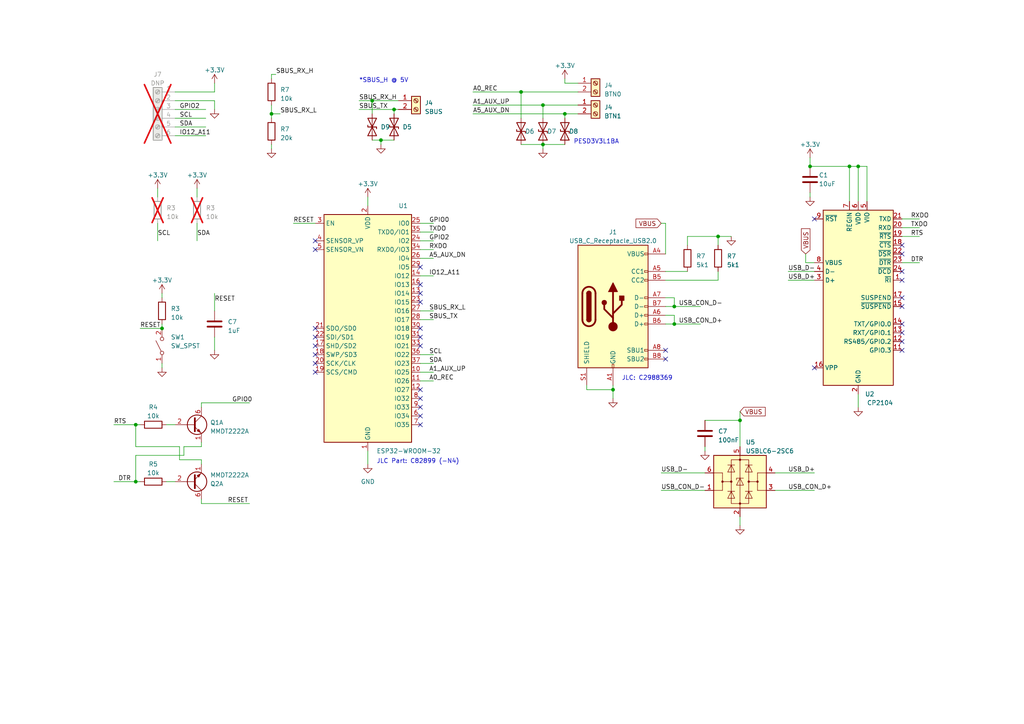
<source format=kicad_sch>
(kicad_sch (version 20230121) (generator eeschema)
  (paper "A4")
  (lib_symbols
    (symbol "Connector:Screw_Terminal_01x02" (pin_names (offset 1.016) hide)
      (property "Reference" "J" (at 0 2.54 0))
      (property "Value" "Screw_Terminal_01x02" (at 0 -5.08 0))
      (symbol "Screw_Terminal_01x02_1_1"
        (rectangle (start -1.27 1.27) (end 1.27 -3.81) (stroke (width 0.254)) (fill (type background)))
        (circle (center 0 -2.54) (radius 0.635) (stroke (width 0.1524)))
        (polyline (pts (xy -0.5334 -2.2098) (xy 0.3302 -3.048)) (stroke (width 0.1524)))
        (polyline (pts (xy -0.5334 0.3302) (xy 0.3302 -0.508)) (stroke (width 0.1524)))
        (polyline (pts (xy -0.3556 -2.032) (xy 0.508 -2.8702)) (stroke (width 0.1524)))
        (polyline (pts (xy -0.3556 0.508) (xy 0.508 -0.3302)) (stroke (width 0.1524)))
        (circle (center 0 0) (radius 0.635) (stroke (width 0.1524)))
        (pin passive line (at -5.08 0 0) (length 3.81) (name "Pin_1") (number "1"))
        (pin passive line (at -5.08 -2.54 0) (length 3.81) (name "Pin_2") (number "2"))
      )
    )
    (symbol "Connector:Screw_Terminal_01x06" (pin_names (offset 1.016) hide)
      (property "Reference" "J" (at 0 7.62 0))
      (property "Value" "Screw_Terminal_01x06" (at 0 -10.16 0))
      (symbol "Screw_Terminal_01x06_1_1"
        (rectangle (start -1.27 6.35) (end 1.27 -8.89) (stroke (width 0.254)) (fill (type background)))
        (circle (center 0 -7.62) (radius 0.635) (stroke (width 0.1524)))
        (circle (center 0 -5.08) (radius 0.635) (stroke (width 0.1524)))
        (circle (center 0 -2.54) (radius 0.635) (stroke (width 0.1524)))
        (polyline (pts (xy -0.5334 -7.2898) (xy 0.3302 -8.128)) (stroke (width 0.1524)))
        (polyline (pts (xy -0.5334 -4.7498) (xy 0.3302 -5.588)) (stroke (width 0.1524)))
        (polyline (pts (xy -0.5334 -2.2098) (xy 0.3302 -3.048)) (stroke (width 0.1524)))
        (polyline (pts (xy -0.5334 0.3302) (xy 0.3302 -0.508)) (stroke (width 0.1524)))
        (polyline (pts (xy -0.5334 2.8702) (xy 0.3302 2.032)) (stroke (width 0.1524)))
        (polyline (pts (xy -0.5334 5.4102) (xy 0.3302 4.572)) (stroke (width 0.1524)))
        (polyline (pts (xy -0.3556 -7.112) (xy 0.508 -7.9502)) (stroke (width 0.1524)))
        (polyline (pts (xy -0.3556 -4.572) (xy 0.508 -5.4102)) (stroke (width 0.1524)))
        (polyline (pts (xy -0.3556 -2.032) (xy 0.508 -2.8702)) (stroke (width 0.1524)))
        (polyline (pts (xy -0.3556 0.508) (xy 0.508 -0.3302)) (stroke (width 0.1524)))
        (polyline (pts (xy -0.3556 3.048) (xy 0.508 2.2098)) (stroke (width 0.1524)))
        (polyline (pts (xy -0.3556 5.588) (xy 0.508 4.7498)) (stroke (width 0.1524)))
        (circle (center 0 0) (radius 0.635) (stroke (width 0.1524)))
        (circle (center 0 2.54) (radius 0.635) (stroke (width 0.1524)))
        (circle (center 0 5.08) (radius 0.635) (stroke (width 0.1524)))
        (pin passive line (at -5.08 5.08 0) (length 3.81) (name "Pin_1") (number "1"))
        (pin passive line (at -5.08 2.54 0) (length 3.81) (name "Pin_2") (number "2"))
        (pin passive line (at -5.08 0 0) (length 3.81) (name "Pin_3") (number "3"))
        (pin passive line (at -5.08 -2.54 0) (length 3.81) (name "Pin_4") (number "4"))
        (pin passive line (at -5.08 -5.08 0) (length 3.81) (name "Pin_5") (number "5"))
        (pin passive line (at -5.08 -7.62 0) (length 3.81) (name "Pin_6") (number "6"))
      )
    )
    (symbol "Connector:USB_C_Receptacle_USB2.0" (pin_names (offset 1.016))
      (property "Reference" "J" (at -10.16 19.05 0))
      (property "Value" "USB_C_Receptacle_USB2.0" (at 19.05 19.05 0))
      (symbol "USB_C_Receptacle_USB2.0_0_0"
        (rectangle (start -0.254 -17.78) (end 0.254 -16.764))
        (rectangle (start 10.16 -14.986) (end 9.144 -15.494))
        (rectangle (start 10.16 -12.446) (end 9.144 -12.954))
        (rectangle (start 10.16 -4.826) (end 9.144 -5.334))
        (rectangle (start 10.16 -2.286) (end 9.144 -2.794))
        (rectangle (start 10.16 0.254) (end 9.144 -0.254))
        (rectangle (start 10.16 2.794) (end 9.144 2.286))
        (rectangle (start 10.16 7.874) (end 9.144 7.366))
        (rectangle (start 10.16 10.414) (end 9.144 9.906))
        (rectangle (start 10.16 15.494) (end 9.144 14.986))
      )
      (symbol "USB_C_Receptacle_USB2.0_0_1"
        (rectangle (start -10.16 17.78) (end 10.16 -17.78) (stroke (width 0.254)) (fill (type background)))
        (arc (start -8.89 -3.81) (mid -6.985 -5.7067) (end -5.08 -3.81) (stroke (width 0.508)))
        (arc (start -7.62 -3.81) (mid -6.985 -4.4423) (end -6.35 -3.81) (stroke (width 0.254)))
        (arc (start -7.62 -3.81) (mid -6.985 -4.4423) (end -6.35 -3.81) (stroke (width 0.254)) (fill (type outline)))
        (rectangle (start -7.62 -3.81) (end -6.35 3.81) (stroke (width 0.254)) (fill (type outline)))
        (arc (start -6.35 3.81) (mid -6.985 4.4423) (end -7.62 3.81) (stroke (width 0.254)))
        (arc (start -6.35 3.81) (mid -6.985 4.4423) (end -7.62 3.81) (stroke (width 0.254)) (fill (type outline)))
        (arc (start -5.08 3.81) (mid -6.985 5.7067) (end -8.89 3.81) (stroke (width 0.508)))
        (circle (center -2.54 1.143) (radius 0.635) (stroke (width 0.254)) (fill (type outline)))
        (circle (center 0 -5.842) (radius 1.27) (fill (type outline)))
        (polyline (pts (xy -8.89 -3.81) (xy -8.89 3.81)) (stroke (width 0.508)))
        (polyline (pts (xy -5.08 3.81) (xy -5.08 -3.81)) (stroke (width 0.508)))
        (polyline (pts (xy 0 -5.842) (xy 0 4.318)) (stroke (width 0.508)))
        (polyline (pts (xy 0 -3.302) (xy -2.54 -0.762) (xy -2.54 0.508)) (stroke (width 0.508)))
        (polyline (pts (xy 0 -2.032) (xy 2.54 0.508) (xy 2.54 1.778)) (stroke (width 0.508)))
        (polyline (pts (xy -1.27 4.318) (xy 0 6.858) (xy 1.27 4.318) (xy -1.27 4.318)) (stroke (width 0.254)) (fill (type outline)))
        (rectangle (start 1.905 1.778) (end 3.175 3.048) (stroke (width 0.254)) (fill (type outline)))
      )
      (symbol "USB_C_Receptacle_USB2.0_1_1"
        (pin passive line (at 0 -22.86 90) (length 5.08) (name "GND") (number "A1"))
        (pin passive line (at 0 -22.86 90) (length 5.08) hide (name "GND") (number "A12"))
        (pin passive line (at 15.24 15.24 180) (length 5.08) (name "VBUS") (number "A4"))
        (pin bidirectional line (at 15.24 10.16 180) (length 5.08) (name "CC1") (number "A5"))
        (pin bidirectional line (at 15.24 -2.54 180) (length 5.08) (name "D+") (number "A6"))
        (pin bidirectional line (at 15.24 2.54 180) (length 5.08) (name "D-") (number "A7"))
        (pin bidirectional line (at 15.24 -12.7 180) (length 5.08) (name "SBU1") (number "A8"))
        (pin passive line (at 15.24 15.24 180) (length 5.08) hide (name "VBUS") (number "A9"))
        (pin passive line (at 0 -22.86 90) (length 5.08) hide (name "GND") (number "B1"))
        (pin passive line (at 0 -22.86 90) (length 5.08) hide (name "GND") (number "B12"))
        (pin passive line (at 15.24 15.24 180) (length 5.08) hide (name "VBUS") (number "B4"))
        (pin bidirectional line (at 15.24 7.62 180) (length 5.08) (name "CC2") (number "B5"))
        (pin bidirectional line (at 15.24 -5.08 180) (length 5.08) (name "D+") (number "B6"))
        (pin bidirectional line (at 15.24 0 180) (length 5.08) (name "D-") (number "B7"))
        (pin bidirectional line (at 15.24 -15.24 180) (length 5.08) (name "SBU2") (number "B8"))
        (pin passive line (at 15.24 15.24 180) (length 5.08) hide (name "VBUS") (number "B9"))
        (pin passive line (at -7.62 -22.86 90) (length 5.08) (name "SHIELD") (number "S1"))
      )
    )
    (symbol "Device:C" (pin_numbers hide) (pin_names (offset 0.254))
      (property "Reference" "C" (at 0.635 2.54 0))
      (property "Value" "C" (at 0.635 -2.54 0))
      (symbol "C_0_1"
        (polyline (pts (xy -2.032 -0.762) (xy 2.032 -0.762)) (stroke (width 0.508)))
        (polyline (pts (xy -2.032 0.762) (xy 2.032 0.762)) (stroke (width 0.508)))
      )
      (symbol "C_1_1"
        (pin passive line (at 0 3.81 270) (length 2.794) (name "~") (number "1"))
        (pin passive line (at 0 -3.81 90) (length 2.794) (name "~") (number "2"))
      )
    )
    (symbol "Device:D_TVS" (pin_numbers hide) (pin_names (offset 1.016) hide)
      (property "Reference" "D" (at 0 2.54 0))
      (property "Value" "D_TVS" (at 0 -2.54 0))
      (symbol "D_TVS_0_1"
        (polyline (pts (xy 1.27 0) (xy -1.27 0)))
        (polyline (pts (xy 0.508 1.27) (xy 0 1.27) (xy 0 -1.27) (xy -0.508 -1.27)) (stroke (width 0.254)))
        (polyline (pts (xy -2.54 1.27) (xy -2.54 -1.27) (xy 2.54 1.27) (xy 2.54 -1.27) (xy -2.54 1.27)) (stroke (width 0.254)))
      )
      (symbol "D_TVS_1_1"
        (pin passive line (at -3.81 0 0) (length 2.54) (name "A1") (number "1"))
        (pin passive line (at 3.81 0 180) (length 2.54) (name "A2") (number "2"))
      )
    )
    (symbol "Device:R" (pin_numbers hide) (pin_names (offset 0))
      (property "Reference" "R" (at 2.032 0 90))
      (property "Value" "R" (at 0 0 90))
      (symbol "R_0_1"
        (rectangle (start -1.016 -2.54) (end 1.016 2.54) (stroke (width 0.254)))
      )
      (symbol "R_1_1"
        (pin passive line (at 0 3.81 270) (length 1.27) (name "~") (number "1"))
        (pin passive line (at 0 -3.81 90) (length 1.27) (name "~") (number "2"))
      )
    )
    (symbol "Interface_USB:CP2104"
      (property "Reference" "U" (at -5.08 28.575 0))
      (property "Value" "CP2104" (at -5.08 26.67 0))
      (symbol "CP2104_1_1"
        (rectangle (start -10.16 25.4) (end 10.16 -25.4) (stroke (width 0.254)) (fill (type background)))
        (pin input line (at 12.7 5.08 180) (length 2.54) (name "~{RI}") (number "1"))
        (pin no_connect line (at 10.16 -20.32 180) (length 2.54) hide (name "NC") (number "10"))
        (pin bidirectional line (at 12.7 -15.24 180) (length 2.54) (name "GPIO.3") (number "11"))
        (pin bidirectional line (at 12.7 -12.7 180) (length 2.54) (name "RS485/GPIO.2") (number "12"))
        (pin bidirectional line (at 12.7 -10.16 180) (length 2.54) (name "RXT/GPIO.1") (number "13"))
        (pin bidirectional line (at 12.7 -7.62 180) (length 2.54) (name "TXT/GPIO.0") (number "14"))
        (pin output line (at 12.7 -2.54 180) (length 2.54) (name "~{SUSPEND}") (number "15"))
        (pin passive line (at -12.7 -20.32 0) (length 2.54) (name "VPP") (number "16"))
        (pin output line (at 12.7 0 180) (length 2.54) (name "SUSPEND") (number "17"))
        (pin input line (at 12.7 15.24 180) (length 2.54) (name "~{CTS}") (number "18"))
        (pin output line (at 12.7 17.78 180) (length 2.54) (name "~{RTS}") (number "19"))
        (pin power_in line (at 0 -27.94 90) (length 2.54) (name "GND") (number "2"))
        (pin input line (at 12.7 20.32 180) (length 2.54) (name "RXD") (number "20"))
        (pin output line (at 12.7 22.86 180) (length 2.54) (name "TXD") (number "21"))
        (pin input line (at 12.7 12.7 180) (length 2.54) (name "~{DSR}") (number "22"))
        (pin output line (at 12.7 10.16 180) (length 2.54) (name "~{DTR}") (number "23"))
        (pin input line (at 12.7 7.62 180) (length 2.54) (name "~{DCD}") (number "24"))
        (pin passive line (at 0 -27.94 90) (length 2.54) hide (name "GND") (number "25"))
        (pin bidirectional line (at -12.7 5.08 0) (length 2.54) (name "D+") (number "3"))
        (pin bidirectional line (at -12.7 7.62 0) (length 2.54) (name "D-") (number "4"))
        (pin power_in line (at 2.54 27.94 270) (length 2.54) (name "VIO") (number "5"))
        (pin power_in line (at 0 27.94 270) (length 2.54) (name "VDD") (number "6"))
        (pin power_in line (at -2.54 27.94 270) (length 2.54) (name "REGIN") (number "7"))
        (pin input line (at -12.7 10.16 0) (length 2.54) (name "VBUS") (number "8"))
        (pin bidirectional line (at -12.7 22.86 0) (length 2.54) (name "~{RST}") (number "9"))
      )
    )
    (symbol "Power_Protection:USBLC6-2SC6" (pin_names hide)
      (property "Reference" "U" (at 2.54 8.89 0))
      (property "Value" "USBLC6-2SC6" (at 2.54 -8.89 0))
      (symbol "USBLC6-2SC6_0_1"
        (rectangle (start -7.62 -7.62) (end 7.62 7.62) (stroke (width 0.254)) (fill (type background)))
        (circle (center -5.08 0) (radius 0.254) (fill (type outline)))
        (circle (center -2.54 0) (radius 0.254) (fill (type outline)))
        (rectangle (start -2.54 6.35) (end 2.54 -6.35))
        (circle (center 0 -6.35) (radius 0.254) (fill (type outline)))
        (polyline (pts (xy -5.08 -2.54) (xy -7.62 -2.54)))
        (polyline (pts (xy -5.08 0) (xy -5.08 -2.54)))
        (polyline (pts (xy -5.08 2.54) (xy -7.62 2.54)))
        (polyline (pts (xy -1.524 -2.794) (xy -3.556 -2.794)))
        (polyline (pts (xy -1.524 4.826) (xy -3.556 4.826)))
        (polyline (pts (xy 0 -7.62) (xy 0 -6.35)))
        (polyline (pts (xy 0 -6.35) (xy 0 1.27)))
        (polyline (pts (xy 0 1.27) (xy 0 6.35)))
        (polyline (pts (xy 0 6.35) (xy 0 7.62)))
        (polyline (pts (xy 1.524 -2.794) (xy 3.556 -2.794)))
        (polyline (pts (xy 1.524 4.826) (xy 3.556 4.826)))
        (polyline (pts (xy 5.08 -2.54) (xy 7.62 -2.54)))
        (polyline (pts (xy 5.08 0) (xy 5.08 -2.54)))
        (polyline (pts (xy 5.08 2.54) (xy 7.62 2.54)))
        (polyline (pts (xy -2.54 0) (xy -5.08 0) (xy -5.08 2.54)))
        (polyline (pts (xy 2.54 0) (xy 5.08 0) (xy 5.08 2.54)))
        (polyline (pts (xy -3.556 -4.826) (xy -1.524 -4.826) (xy -2.54 -2.794) (xy -3.556 -4.826)))
        (polyline (pts (xy -3.556 2.794) (xy -1.524 2.794) (xy -2.54 4.826) (xy -3.556 2.794)))
        (polyline (pts (xy -1.016 -1.016) (xy 1.016 -1.016) (xy 0 1.016) (xy -1.016 -1.016)))
        (polyline (pts (xy 1.016 1.016) (xy 0.762 1.016) (xy -1.016 1.016) (xy -1.016 0.508)))
        (polyline (pts (xy 3.556 -4.826) (xy 1.524 -4.826) (xy 2.54 -2.794) (xy 3.556 -4.826)))
        (polyline (pts (xy 3.556 2.794) (xy 1.524 2.794) (xy 2.54 4.826) (xy 3.556 2.794)))
        (circle (center 0 6.35) (radius 0.254) (fill (type outline)))
        (circle (center 2.54 0) (radius 0.254) (fill (type outline)))
        (circle (center 5.08 0) (radius 0.254) (fill (type outline)))
      )
      (symbol "USBLC6-2SC6_1_1"
        (pin passive line (at -10.16 -2.54 0) (length 2.54) (name "I/O1") (number "1"))
        (pin passive line (at 0 -10.16 90) (length 2.54) (name "GND") (number "2"))
        (pin passive line (at 10.16 -2.54 180) (length 2.54) (name "I/O2") (number "3"))
        (pin passive line (at 10.16 2.54 180) (length 2.54) (name "I/O2") (number "4"))
        (pin passive line (at 0 10.16 270) (length 2.54) (name "VBUS") (number "5"))
        (pin passive line (at -10.16 2.54 0) (length 2.54) (name "I/O1") (number "6"))
      )
    )
    (symbol "RF_Module:ESP32-WROOM-32"
      (property "Reference" "U" (at -12.7 34.29 0))
      (property "Value" "ESP32-WROOM-32" (at 1.27 34.29 0))
      (symbol "ESP32-WROOM-32_0_1"
        (rectangle (start -12.7 33.02) (end 12.7 -33.02) (stroke (width 0.254)) (fill (type background)))
      )
      (symbol "ESP32-WROOM-32_1_1"
        (pin power_in line (at 0 -35.56 90) (length 2.54) (name "GND") (number "1"))
        (pin bidirectional line (at 15.24 -12.7 180) (length 2.54) (name "IO25") (number "10"))
        (pin bidirectional line (at 15.24 -15.24 180) (length 2.54) (name "IO26") (number "11"))
        (pin bidirectional line (at 15.24 -17.78 180) (length 2.54) (name "IO27") (number "12"))
        (pin bidirectional line (at 15.24 10.16 180) (length 2.54) (name "IO14") (number "13"))
        (pin bidirectional line (at 15.24 15.24 180) (length 2.54) (name "IO12") (number "14"))
        (pin passive line (at 0 -35.56 90) (length 2.54) hide (name "GND") (number "15"))
        (pin bidirectional line (at 15.24 12.7 180) (length 2.54) (name "IO13") (number "16"))
        (pin bidirectional line (at -15.24 -5.08 0) (length 2.54) (name "SHD/SD2") (number "17"))
        (pin bidirectional line (at -15.24 -7.62 0) (length 2.54) (name "SWP/SD3") (number "18"))
        (pin bidirectional line (at -15.24 -12.7 0) (length 2.54) (name "SCS/CMD") (number "19"))
        (pin power_in line (at 0 35.56 270) (length 2.54) (name "VDD") (number "2"))
        (pin bidirectional line (at -15.24 -10.16 0) (length 2.54) (name "SCK/CLK") (number "20"))
        (pin bidirectional line (at -15.24 0 0) (length 2.54) (name "SDO/SD0") (number "21"))
        (pin bidirectional line (at -15.24 -2.54 0) (length 2.54) (name "SDI/SD1") (number "22"))
        (pin bidirectional line (at 15.24 7.62 180) (length 2.54) (name "IO15") (number "23"))
        (pin bidirectional line (at 15.24 25.4 180) (length 2.54) (name "IO2") (number "24"))
        (pin bidirectional line (at 15.24 30.48 180) (length 2.54) (name "IO0") (number "25"))
        (pin bidirectional line (at 15.24 20.32 180) (length 2.54) (name "IO4") (number "26"))
        (pin bidirectional line (at 15.24 5.08 180) (length 2.54) (name "IO16") (number "27"))
        (pin bidirectional line (at 15.24 2.54 180) (length 2.54) (name "IO17") (number "28"))
        (pin bidirectional line (at 15.24 17.78 180) (length 2.54) (name "IO5") (number "29"))
        (pin input line (at -15.24 30.48 0) (length 2.54) (name "EN") (number "3"))
        (pin bidirectional line (at 15.24 0 180) (length 2.54) (name "IO18") (number "30"))
        (pin bidirectional line (at 15.24 -2.54 180) (length 2.54) (name "IO19") (number "31"))
        (pin no_connect line (at -12.7 -27.94 0) (length 2.54) hide (name "NC") (number "32"))
        (pin bidirectional line (at 15.24 -5.08 180) (length 2.54) (name "IO21") (number "33"))
        (pin bidirectional line (at 15.24 22.86 180) (length 2.54) (name "RXD0/IO3") (number "34"))
        (pin bidirectional line (at 15.24 27.94 180) (length 2.54) (name "TXD0/IO1") (number "35"))
        (pin bidirectional line (at 15.24 -7.62 180) (length 2.54) (name "IO22") (number "36"))
        (pin bidirectional line (at 15.24 -10.16 180) (length 2.54) (name "IO23") (number "37"))
        (pin passive line (at 0 -35.56 90) (length 2.54) hide (name "GND") (number "38"))
        (pin passive line (at 0 -35.56 90) (length 2.54) hide (name "GND") (number "39"))
        (pin input line (at -15.24 25.4 0) (length 2.54) (name "SENSOR_VP") (number "4"))
        (pin input line (at -15.24 22.86 0) (length 2.54) (name "SENSOR_VN") (number "5"))
        (pin input line (at 15.24 -25.4 180) (length 2.54) (name "IO34") (number "6"))
        (pin input line (at 15.24 -27.94 180) (length 2.54) (name "IO35") (number "7"))
        (pin bidirectional line (at 15.24 -20.32 180) (length 2.54) (name "IO32") (number "8"))
        (pin bidirectional line (at 15.24 -22.86 180) (length 2.54) (name "IO33") (number "9"))
      )
    )
    (symbol "Switch:SW_SPST" (pin_names (offset 0) hide)
      (property "Reference" "SW" (at 0 3.175 0))
      (property "Value" "SW_SPST" (at 0 -2.54 0))
      (symbol "SW_SPST_0_0"
        (circle (center -2.032 0) (radius 0.508))
        (polyline (pts (xy -1.524 0.254) (xy 1.524 1.778)))
        (circle (center 2.032 0) (radius 0.508))
      )
      (symbol "SW_SPST_1_1"
        (pin passive line (at -5.08 0 0) (length 2.54) (name "A") (number "1"))
        (pin passive line (at 5.08 0 180) (length 2.54) (name "B") (number "2"))
      )
    )
    (symbol "Transistor_BJT:MMDT2222A" (pin_names (offset 0) hide)
      (property "Reference" "Q" (at 5.08 1.27 0))
      (property "Value" "MMDT2222A" (at 5.08 -1.27 0))
      (symbol "MMDT2222A_0_1"
        (polyline (pts (xy 0.635 0) (xy -2.54 0)))
        (polyline (pts (xy 0.635 0.635) (xy 2.54 2.54)))
        (polyline (pts (xy 0.635 -0.635) (xy 2.54 -2.54) (xy 2.54 -2.54)))
        (polyline (pts (xy 0.635 1.905) (xy 0.635 -1.905) (xy 0.635 -1.905)) (stroke (width 0.508)))
        (polyline (pts (xy 1.27 -1.778) (xy 1.778 -1.27) (xy 2.286 -2.286) (xy 1.27 -1.778) (xy 1.27 -1.778)) (fill (type outline)))
        (circle (center 1.27 0) (radius 2.8194) (stroke (width 0.254)))
      )
      (symbol "MMDT2222A_1_1"
        (pin passive line (at 2.54 -5.08 90) (length 2.54) (name "E1") (number "1"))
        (pin input line (at -5.08 0 0) (length 2.54) (name "B1") (number "2"))
        (pin passive line (at 2.54 5.08 270) (length 2.54) (name "C1") (number "6"))
      )
      (symbol "MMDT2222A_2_1"
        (pin passive line (at 2.54 5.08 270) (length 2.54) (name "C2") (number "3"))
        (pin passive line (at 2.54 -5.08 90) (length 2.54) (name "E2") (number "4"))
        (pin input line (at -5.08 0 0) (length 2.54) (name "B2") (number "5"))
      )
    )
    (symbol "power:+3.3V" (power) (pin_names (offset 0))
      (property "Value" "+3.3V" (at 0 3.556 0))
      (symbol "+3.3V_0_1"
        (polyline (pts (xy -0.762 1.27) (xy 0 2.54)))
        (polyline (pts (xy 0 0) (xy 0 2.54)))
        (polyline (pts (xy 0 2.54) (xy 0.762 1.27)))
      )
      (symbol "+3.3V_1_1"
        (pin power_in line (at 0 0 90) (length 0) hide (name "+3.3V") (number "1"))
      )
    )
    (symbol "power:GND" (power) (pin_names (offset 0))
      (property "Value" "GND" (at 0 -3.81 0))
      (symbol "GND_0_1"
        (polyline (pts (xy 0 0) (xy 0 -1.27) (xy 1.27 -1.27) (xy 0 -2.54) (xy -1.27 -1.27) (xy 0 -1.27)))
      )
      (symbol "GND_1_1"
        (pin power_in line (at 0 0 270) (length 0) hide (name "GND") (number "1"))
      )
    )
  )
  (junction (at 39.37 123.19))
  (junction (at 248.92 48.26))
  (junction (at 195.58 88.9))
  (junction (at 157.48 30.48))
  (junction (at 234.95 48.26))
  (junction (at 151.13 26.67))
  (junction (at 246.38 48.26))
  (junction (at 114.3 31.75))
  (junction (at 177.8 113.03))
  (junction (at 107.95 29.21))
  (junction (at 110.49 40.64))
  (junction (at 163.83 33.02))
  (junction (at 157.48 41.91))
  (junction (at 46.99 95.25))
  (junction (at 208.28 68.58))
  (junction (at 214.63 121.92))
  (junction (at 39.37 139.7))
  (junction (at 78.74 33.02))
  (junction (at 195.58 93.98))
  (no_connect (at 261.62 73.66))
  (no_connect (at 121.92 85.09))
  (no_connect (at 121.92 100.33))
  (no_connect (at 261.62 86.36))
  (no_connect (at 261.62 78.74))
  (no_connect (at 121.92 113.03))
  (no_connect (at 91.44 69.85))
  (no_connect (at 121.92 87.63))
  (no_connect (at 261.62 71.12))
  (no_connect (at 193.04 104.14))
  (no_connect (at 91.44 107.95))
  (no_connect (at 193.04 101.6))
  (no_connect (at 91.44 102.87))
  (no_connect (at 121.92 97.79))
  (no_connect (at 236.22 63.5))
  (no_connect (at 261.62 93.98))
  (no_connect (at 91.44 72.39))
  (no_connect (at 91.44 97.79))
  (no_connect (at 121.92 120.65))
  (no_connect (at 121.92 77.47))
  (no_connect (at 121.92 82.55))
  (no_connect (at 261.62 101.6))
  (no_connect (at 121.92 118.11))
  (no_connect (at 261.62 88.9))
  (no_connect (at 121.92 95.25))
  (no_connect (at 236.22 106.68))
  (no_connect (at 261.62 81.28))
  (no_connect (at 121.92 115.57))
  (no_connect (at 91.44 95.25))
  (no_connect (at 91.44 100.33))
  (no_connect (at 261.62 96.52))
  (no_connect (at 261.62 99.06))
  (no_connect (at 91.44 105.41))
  (no_connect (at 121.92 123.19))
  (wire (pts (xy 62.23 85.09) (xy 62.23 90.17)))
  (wire (pts (xy 107.95 29.21) (xy 115.57 29.21)))
  (wire (pts (xy 195.58 88.9) (xy 195.58 86.36)))
  (wire (pts (xy 199.39 68.58) (xy 208.28 68.58)))
  (wire (pts (xy 40.64 95.25) (xy 46.99 95.25)))
  (wire (pts (xy 33.02 139.7) (xy 39.37 139.7)))
  (wire (pts (xy 110.49 40.64) (xy 110.49 41.91)))
  (wire (pts (xy 114.3 31.75) (xy 114.3 33.02)))
  (wire (pts (xy 163.83 33.02) (xy 163.83 34.29)))
  (wire (pts (xy 50.8 34.29) (xy 59.69 34.29)))
  (wire (pts (xy 214.63 149.86) (xy 214.63 152.4)))
  (wire (pts (xy 58.42 133.35) (xy 58.42 134.62)))
  (wire (pts (xy 50.8 29.21) (xy 62.23 29.21)))
  (wire (pts (xy 224.79 142.24) (xy 236.22 142.24)))
  (wire (pts (xy 195.58 93.98) (xy 195.58 91.44)))
  (wire (pts (xy 121.92 72.39) (xy 125.73 72.39)))
  (wire (pts (xy 121.92 74.93) (xy 125.73 74.93)))
  (wire (pts (xy 121.92 102.87) (xy 125.73 102.87)))
  (wire (pts (xy 78.74 33.02) (xy 78.74 34.29)))
  (wire (pts (xy 170.18 113.03) (xy 177.8 113.03)))
  (wire (pts (xy 193.04 81.28) (xy 208.28 81.28)))
  (wire (pts (xy 58.42 116.84) (xy 72.39 116.84)))
  (wire (pts (xy 163.83 24.13) (xy 163.83 22.86)))
  (wire (pts (xy 234.95 57.15) (xy 234.95 55.88)))
  (wire (pts (xy 248.92 48.26) (xy 246.38 48.26)))
  (wire (pts (xy 58.42 144.78) (xy 58.42 146.05)))
  (wire (pts (xy 78.74 22.86) (xy 78.74 21.59)))
  (wire (pts (xy 78.74 21.59) (xy 80.01 21.59)))
  (wire (pts (xy 48.26 123.19) (xy 50.8 123.19)))
  (wire (pts (xy 110.49 40.64) (xy 114.3 40.64)))
  (wire (pts (xy 48.26 139.7) (xy 50.8 139.7)))
  (wire (pts (xy 57.15 64.77) (xy 57.15 69.85)))
  (wire (pts (xy 157.48 30.48) (xy 167.64 30.48)))
  (wire (pts (xy 233.68 76.2) (xy 236.22 76.2)))
  (wire (pts (xy 52.07 133.35) (xy 58.42 133.35)))
  (wire (pts (xy 193.04 78.74) (xy 199.39 78.74)))
  (wire (pts (xy 58.42 146.05) (xy 72.39 146.05)))
  (wire (pts (xy 78.74 41.91) (xy 78.74 43.18)))
  (wire (pts (xy 157.48 41.91) (xy 157.48 43.18)))
  (wire (pts (xy 121.92 69.85) (xy 125.73 69.85)))
  (wire (pts (xy 261.62 68.58) (xy 266.7 68.58)))
  (wire (pts (xy 57.15 54.61) (xy 57.15 57.15)))
  (wire (pts (xy 191.77 64.77) (xy 193.04 64.77)))
  (wire (pts (xy 208.28 68.58) (xy 208.28 71.12)))
  (wire (pts (xy 151.13 26.67) (xy 151.13 34.29)))
  (wire (pts (xy 50.8 31.75) (xy 59.69 31.75)))
  (wire (pts (xy 177.8 113.03) (xy 177.8 115.57)))
  (wire (pts (xy 228.6 78.74) (xy 236.22 78.74)))
  (wire (pts (xy 177.8 111.76) (xy 177.8 113.03)))
  (wire (pts (xy 104.14 29.21) (xy 107.95 29.21)))
  (wire (pts (xy 106.68 57.15) (xy 106.68 59.69)))
  (wire (pts (xy 163.83 24.13) (xy 167.64 24.13)))
  (wire (pts (xy 107.95 29.21) (xy 107.95 33.02)))
  (wire (pts (xy 233.68 73.66) (xy 233.68 76.2)))
  (wire (pts (xy 246.38 58.42) (xy 246.38 48.26)))
  (wire (pts (xy 39.37 123.19) (xy 40.64 123.19)))
  (wire (pts (xy 137.16 33.02) (xy 163.83 33.02)))
  (wire (pts (xy 106.68 130.81) (xy 106.68 134.62)))
  (wire (pts (xy 114.3 31.75) (xy 115.57 31.75)))
  (wire (pts (xy 195.58 88.9) (xy 203.2 88.9)))
  (wire (pts (xy 39.37 123.19) (xy 39.37 129.54)))
  (wire (pts (xy 248.92 114.3) (xy 248.92 118.11)))
  (wire (pts (xy 224.79 137.16) (xy 236.22 137.16)))
  (wire (pts (xy 193.04 91.44) (xy 195.58 91.44)))
  (wire (pts (xy 46.99 93.98) (xy 46.99 95.25)))
  (wire (pts (xy 121.92 67.31) (xy 125.73 67.31)))
  (wire (pts (xy 228.6 81.28) (xy 236.22 81.28)))
  (wire (pts (xy 204.47 129.54) (xy 204.47 130.81)))
  (wire (pts (xy 137.16 26.67) (xy 151.13 26.67)))
  (wire (pts (xy 62.23 29.21) (xy 62.23 31.75)))
  (wire (pts (xy 39.37 139.7) (xy 40.64 139.7)))
  (wire (pts (xy 195.58 93.98) (xy 203.2 93.98)))
  (wire (pts (xy 214.63 121.92) (xy 214.63 129.54)))
  (wire (pts (xy 199.39 71.12) (xy 199.39 68.58)))
  (wire (pts (xy 157.48 41.91) (xy 163.83 41.91)))
  (wire (pts (xy 157.48 30.48) (xy 157.48 34.29)))
  (wire (pts (xy 193.04 93.98) (xy 195.58 93.98)))
  (wire (pts (xy 52.07 129.54) (xy 52.07 133.35)))
  (wire (pts (xy 261.62 63.5) (xy 266.7 63.5)))
  (wire (pts (xy 137.16 30.48) (xy 157.48 30.48)))
  (wire (pts (xy 62.23 24.13) (xy 62.23 26.67)))
  (wire (pts (xy 214.63 119.38) (xy 214.63 121.92)))
  (wire (pts (xy 208.28 81.28) (xy 208.28 78.74)))
  (wire (pts (xy 191.77 142.24) (xy 204.47 142.24)))
  (wire (pts (xy 204.47 121.92) (xy 214.63 121.92)))
  (wire (pts (xy 78.74 33.02) (xy 81.28 33.02)))
  (wire (pts (xy 251.46 58.42) (xy 251.46 48.26)))
  (wire (pts (xy 45.72 64.77) (xy 45.72 69.85)))
  (wire (pts (xy 261.62 66.04) (xy 266.7 66.04)))
  (wire (pts (xy 121.92 80.01) (xy 125.73 80.01)))
  (wire (pts (xy 58.42 129.54) (xy 58.42 128.27)))
  (wire (pts (xy 50.8 39.37) (xy 59.69 39.37)))
  (wire (pts (xy 39.37 129.54) (xy 52.07 129.54)))
  (wire (pts (xy 107.95 40.64) (xy 110.49 40.64)))
  (wire (pts (xy 170.18 111.76) (xy 170.18 113.03)))
  (wire (pts (xy 246.38 48.26) (xy 234.95 48.26)))
  (wire (pts (xy 46.99 105.41) (xy 46.99 106.68)))
  (wire (pts (xy 39.37 132.08) (xy 53.34 132.08)))
  (wire (pts (xy 50.8 36.83) (xy 59.69 36.83)))
  (wire (pts (xy 78.74 30.48) (xy 78.74 33.02)))
  (wire (pts (xy 208.28 68.58) (xy 212.09 68.58)))
  (wire (pts (xy 46.99 85.09) (xy 46.99 86.36)))
  (wire (pts (xy 53.34 132.08) (xy 53.34 129.54)))
  (wire (pts (xy 193.04 88.9) (xy 195.58 88.9)))
  (wire (pts (xy 33.02 123.19) (xy 39.37 123.19)))
  (wire (pts (xy 163.83 33.02) (xy 167.64 33.02)))
  (wire (pts (xy 151.13 41.91) (xy 157.48 41.91)))
  (wire (pts (xy 121.92 110.49) (xy 125.73 110.49)))
  (wire (pts (xy 121.92 105.41) (xy 125.73 105.41)))
  (wire (pts (xy 121.92 107.95) (xy 125.73 107.95)))
  (wire (pts (xy 45.72 54.61) (xy 45.72 57.15)))
  (wire (pts (xy 193.04 86.36) (xy 195.58 86.36)))
  (wire (pts (xy 53.34 129.54) (xy 58.42 129.54)))
  (wire (pts (xy 50.8 26.67) (xy 62.23 26.67)))
  (wire (pts (xy 121.92 92.71) (xy 125.73 92.71)))
  (wire (pts (xy 261.62 76.2) (xy 266.7 76.2)))
  (wire (pts (xy 234.95 48.26) (xy 234.95 45.72)))
  (wire (pts (xy 58.42 118.11) (xy 58.42 116.84)))
  (wire (pts (xy 39.37 139.7) (xy 39.37 132.08)))
  (wire (pts (xy 104.14 31.75) (xy 114.3 31.75)))
  (wire (pts (xy 251.46 48.26) (xy 248.92 48.26)))
  (wire (pts (xy 193.04 73.66) (xy 193.04 64.77)))
  (wire (pts (xy 191.77 137.16) (xy 204.47 137.16)))
  (wire (pts (xy 85.09 64.77) (xy 91.44 64.77)))
  (wire (pts (xy 121.92 90.17) (xy 125.73 90.17)))
  (wire (pts (xy 121.92 64.77) (xy 125.73 64.77)))
  (wire (pts (xy 248.92 58.42) (xy 248.92 48.26)))
  (wire (pts (xy 151.13 26.67) (xy 167.64 26.67)))
  (wire (pts (xy 62.23 97.79) (xy 62.23 101.6)))
  (text "JLC: C2988369\n" (at 180.34 110.49 0) (effects (font (size 1.27 1.27)) (justify left bottom)))
  (text "JLC Part: C82899 (-N4)" (at 109.22 134.62 0) (effects (font (size 1.27 1.27)) (justify left bottom)))
  (text "PESD3V3L1BA" (at 166.37 41.91 0) (effects (font (size 1.27 1.27)) (justify left bottom)))
  (text "*SBUS_H @ 5V" (at 104.14 24.13 0) (effects (font (size 1.27 1.27)) (justify left bottom)))
  (label "A0_REC" (at 137.16 26.67 0))
  (label "USB_CON_D-" (at 191.77 142.24 0))
  (label "RESET" (at 66.04 146.05 0))
  (label "USB_D+" (at 228.6 137.16 0))
  (label "RXDO" (at 264.16 63.5 0))
  (label "RESET" (at 62.23 87.63 0))
  (label "A5_AUX_DN" (at 124.46 74.93 0))
  (label "RESET" (at 40.64 95.25 0))
  (label "RXDO" (at 124.46 72.39 0))
  (label "IO12_A11" (at 124.46 80.01 0))
  (label "GPIO0" (at 67.31 116.84 0))
  (label "RTS" (at 264.16 68.58 0))
  (label "A1_AUX_UP" (at 137.16 30.48 0))
  (label "USB_CON_D+" (at 228.6 142.24 0))
  (label "SBUS_RX_H" (at 104.14 29.21 0))
  (label "SCL" (at 45.72 68.58 0))
  (label "SDA" (at 124.46 105.41 0))
  (label "SCL" (at 124.46 102.87 0))
  (label "SBUS_TX" (at 104.14 31.75 0))
  (label "GPIO0" (at 124.46 64.77 0))
  (label "SDA" (at 52.07 36.83 0))
  (label "GPIO2" (at 124.46 69.85 0))
  (label "A1_AUX_UP" (at 124.46 107.95 0))
  (label "USB_D-" (at 228.6 78.74 0))
  (label "SBUS_RX_H" (at 80.01 21.59 0))
  (label "USB_D-" (at 191.77 137.16 0))
  (label "TXDO" (at 124.46 67.31 0))
  (label "DTR" (at 264.16 76.2 0))
  (label "SDA" (at 57.15 68.58 0))
  (label "RTS" (at 33.02 123.19 0))
  (label "USB_D+" (at 228.6 81.28 0))
  (label "IO12_A11" (at 52.07 39.37 0))
  (label "USB_CON_D+" (at 196.85 93.98 0))
  (label "RESET" (at 85.09 64.77 0))
  (label "A0_REC" (at 124.46 110.49 0))
  (label "A5_AUX_DN" (at 137.16 33.02 0))
  (label "SCL" (at 52.07 34.29 0))
  (label "USB_CON_D-" (at 196.85 88.9 0))
  (label "SBUS_RX_L" (at 124.46 90.17 0))
  (label "SBUS_RX_L" (at 81.28 33.02 0))
  (label "DTR" (at 34.29 139.7 0))
  (label "TXDO" (at 264.16 66.04 0))
  (label "GPIO2" (at 52.07 31.75 0))
  (label "SBUS_TX" (at 124.46 92.71 0))
  (global_label "VBUS" (shape input) (at 233.68 73.66 90) (property "Intersheetrefs" "${INTERSHEET_REFS}" (effects hide)))
  (global_label "VBUS" (shape input) (at 214.63 119.38 0) (property "Intersheetrefs" "${INTERSHEET_REFS}" (effects hide)))
  (global_label "VBUS" (shape input) (at 191.77 64.77 180) (property "Intersheetrefs" "${INTERSHEET_REFS}" (effects hide)))
  (symbol (lib_id "Interface_USB:CP2104") (at 248.92 86.36 0) (unit 1)
    (property "Reference" "U2" (at 250.8759 114.3 0) (effects (justify left)))
    (property "Value" "CP2104" (at 251.46 116.84 0) (effects (justify left)))
    (property "Footprint" "Package_DFN_QFN:QFN-24-1EP_4x4mm_P0.5mm_EP2.6x2.6mm" (effects hide))
    (property "Datasheet" "https://www.silabs.com/documents/public/data-sheets/cp2104.pdf" (effects hide))
  )
  (symbol (lib_id "power:+3.3V") (at 62.23 24.13 0) (unit 1)
    (property "Reference" "#PWR019" (effects hide))
    (property "Value" "+3.3V" (at 62.23 20.32 0))
    (instances (project "controller" (path "" (reference "#PWR019") (unit 1)) (path "" (reference "#PWR046") (unit 1))))
  )
  (symbol (lib_id "power:+3.3V") (at 163.83 22.86 0) (unit 1)
    (property "Reference" "#PWR025" (effects hide))
    (property "Value" "+3.3V" (at 163.83 19.05 0))
    (instances (project "controller" (path "" (reference "#PWR025") (unit 1)) (path "" (reference "#PWR025") (unit 1)) (path "" (reference "#PWR020") (unit 1))))
  )
  (symbol (lib_id "power:+3.3V") (at 106.68 57.15 0) (unit 1)
    (property "Reference" "#PWR017" (effects hide))
    (property "Value" "+3.3V" (at 106.68 53.34 0))
    (instances (project "controller" (path "" (reference "#PWR017") (unit 1)) (path "" (reference "#PWR014") (unit 1))))
  )
  (symbol (lib_id "power:+3.3V") (at 57.15 54.61 0) (unit 1)
    (property "Reference" "#PWR019" (effects hide))
    (property "Value" "+3.3V" (at 57.15 50.8 0))
    (instances (project "controller" (path "" (reference "#PWR019") (unit 1)) (path "" (reference "#PWR049") (unit 1))))
  )
  (symbol (lib_id "power:+3.3V") (at 45.72 54.61 0) (unit 1)
    (property "Reference" "#PWR019" (effects hide))
    (property "Value" "+3.3V" (at 45.72 50.8 0))
    (instances (project "controller" (path "" (reference "#PWR019") (unit 1)) (path "" (reference "#PWR048") (unit 1))))
  )
  (symbol (lib_id "Device:R") (at 44.45 123.19 90) (unit 1)
    (property "Reference" "R4" (at 44.45 118.11 90))
    (property "Value" "10k" (at 44.45 120.65 90))
    (property "Footprint" "Resistor_SMD:R_0402_1005Metric" (effects hide))
  )
  (symbol (lib_id "Device:R") (at 78.74 26.67 180) (unit 1)
    (property "Reference" "R7" (at 81.28 26.035 0) (effects (justify right)))
    (property "Value" "10k" (at 81.28 28.575 0) (effects (justify right)))
    (property "Footprint" "Resistor_SMD:R_0402_1005Metric" (effects hide))
  )
  (symbol (lib_id "power:GND") (at 214.63 152.4 0) (unit 1)
    (property "Reference" "#PWR015" (effects hide))
    (property "Value" "GND" (effects hide))
    (instances (project "controller" (path "" (reference "#PWR015") (unit 1)) (path "" (reference "#PWR033") (unit 1)) (path "" (reference "#PWR016") (unit 1))))
  )
  (symbol (lib_id "power:GND") (at 248.92 118.11 0) (unit 1)
    (property "Reference" "#PWR014" (effects hide))
    (property "Value" "GND" (effects hide))
    (instances (project "controller" (path "" (reference "#PWR014") (unit 1)) (path "" (reference "#PWR025") (unit 1)) (path "" (reference "#PWR020") (unit 1))))
  )
  (symbol (lib_id "power:+3.3V") (at 234.95 45.72 0) (unit 1)
    (property "Reference" "#PWR02" (effects hide))
    (property "Value" "+3.3V" (at 234.95 41.91 0))
    (instances (project "controller" (path "" (reference "#PWR02") (unit 1)) (path "" (reference "#PWR018") (unit 1)) (path "" (reference "#PWR018") (unit 1))))
  )
  (symbol (lib_id "Device:R") (at 208.28 74.93 180) (unit 1)
    (property "Reference" "R7" (at 210.82 74.295 0) (effects (justify right)))
    (property "Value" "5k1" (at 210.82 76.835 0) (effects (justify right)))
    (property "Footprint" "Resistor_SMD:R_0402_1005Metric" (effects hide))
    (instances (project "controller" (path "" (reference "R7") (unit 1)) (path "" (reference "R7") (unit 1)) (path "" (reference "R13") (unit 1))))
  )
  (symbol (lib_id "Device:C") (at 234.95 52.07 180) (unit 1)
    (property "Reference" "C1" (at 237.49 50.8 0) (effects (justify right)))
    (property "Value" "10uF" (at 237.49 53.34 0) (effects (justify right)))
    (property "Footprint" "Capacitor_SMD:C_0402_1005Metric" (effects hide))
    (instances (project "controller" (path "" (reference "C1") (unit 1)) (path "" (reference "C20") (unit 1)) (path "" (reference "C7") (unit 1))))
  )
  (symbol (lib_id "power:GND") (at 62.23 101.6 0) (unit 1)
    (property "Reference" "#PWR018" (effects hide))
    (property "Value" "GND" (effects hide))
    (instances (project "controller" (path "" (reference "#PWR018") (unit 1)) (path "" (reference "#PWR013") (unit 1))))
  )
  (symbol (lib_id "Device:R") (at 45.72 60.96 0) (unit 1) (dnp yes)
    (property "Reference" "R3" (at 48.26 60.325 0) (effects (justify left)))
    (property "Value" "10k" (at 48.26 62.865 0) (effects (justify left)))
    (property "Footprint" "Resistor_SMD:R_0402_1005Metric" (effects hide))
    (instances (project "controller" (path "" (reference "R3") (unit 1)) (path "" (reference "R14") (unit 1))))
  )
  (symbol (lib_id "power:GND") (at 46.99 106.68 0) (unit 1)
    (property "Reference" "#PWR020" (effects hide))
    (property "Value" "GND" (effects hide))
    (instances (project "controller" (path "" (reference "#PWR020") (unit 1)) (path "" (reference "#PWR02") (unit 1))))
  )
  (symbol (lib_id "Device:D_TVS") (at 163.83 38.1 90) (unit 1)
    (property "Reference" "D8" (at 166.37 38.1 90))
    (property "Value" "PESD3V3L1BA" (effects hide))
    (property "Footprint" "Diode_SMD:D_SOD-323" (effects hide))
  )
  (symbol (lib_id "Device:R") (at 57.15 60.96 0) (unit 1) (dnp yes)
    (property "Reference" "R3" (at 59.69 60.325 0) (effects (justify left)))
    (property "Value" "10k" (at 59.69 62.865 0) (effects (justify left)))
    (property "Footprint" "Resistor_SMD:R_0402_1005Metric" (effects hide))
    (instances (project "controller" (path "" (reference "R3") (unit 1)) (path "" (reference "R15") (unit 1))))
  )
  (symbol (lib_id "power:GND") (at 204.47 130.81 0) (mirror y) (unit 1)
    (property "Reference" "#PWR016" (effects hide))
    (property "Value" "GND" (effects hide))
    (instances (project "controller" (path "" (reference "#PWR016") (unit 1)) (path "" (reference "#PWR035") (unit 1)) (path "" (reference "#PWR019") (unit 1))))
  )
  (symbol (lib_id "Connector:Screw_Terminal_01x02") (at 172.72 30.48 0) (unit 1)
    (property "Reference" "J4" (at 175.26 31.115 0) (effects (justify left)))
    (property "Value" "BTN1" (at 175.26 33.655 0) (effects (justify left)))
    (property "Footprint" "TerminalBlock_MetzConnect:TerminalBlock_MetzConnect_Type086_RT03402HBLC_1x02_P3.81mm_Horizontal" (effects hide))
    (property "Part" "C2840323" (effects hide))
    (instances (project "controller" (path "" (reference "J4") (unit 1)) (path "" (reference "J4") (unit 1)) (path "" (reference "J5") (unit 1))))
  )
  (symbol (lib_id "power:GND") (at 212.09 68.58 0) (unit 1)
    (property "Reference" "#PWR015" (effects hide))
    (property "Value" "GND" (effects hide))
    (instances (project "controller" (path "" (reference "#PWR015") (unit 1)) (path "" (reference "#PWR034") (unit 1)) (path "" (reference "#PWR016") (unit 1))))
  )
  (symbol (lib_id "RF_Module:ESP32-WROOM-32") (at 106.68 95.25 0) (unit 1)
    (property "Reference" "U1" (at 115.57 59.69 0) (effects (justify left)))
    (property "Value" "ESP32-WROOM-32" (at 109.22 130.81 0) (effects (justify left)))
    (property "Footprint" "RF_Module:ESP32-WROOM-32" (effects hide))
    (property "Datasheet" "https://www.espressif.com/sites/default/files/documentation/esp32-wroom-32_datasheet_en.pdf" (effects hide))
  )
  (symbol (lib_id "Power_Protection:USBLC6-2SC6") (at 214.63 139.7 0) (unit 1)
    (property "Reference" "U5" (at 216.2811 128.27 0) (effects (justify left)))
    (property "Value" "USBLC6-2SC6" (at 216.2811 130.81 0) (effects (justify left)))
    (property "Footprint" "Package_TO_SOT_SMD:SOT-23-6" (effects hide))
    (property "Datasheet" "https://www.st.com/resource/en/datasheet/usblc6-2.pdf" (effects hide))
  )
  (symbol (lib_id "power:GND") (at 157.48 43.18 0) (unit 1)
    (property "Reference" "#PWR016" (effects hide))
    (property "Value" "GND" (effects hide))
    (instances (project "controller" (path "" (reference "#PWR016") (unit 1)) (path "" (reference "#PWR037") (unit 1)) (path "" (reference "#PWR019") (unit 1))))
  )
  (symbol (lib_id "power:GND") (at 106.68 134.62 0) (unit 1)
    (property "Reference" "#PWR01" (effects hide))
    (property "Value" "GND" (at 106.68 139.7 0))
    (instances (project "controller" (path "" (reference "#PWR01") (unit 1)) (path "" (reference "#PWR015") (unit 1))))
  )
  (symbol (lib_id "power:+3.3V") (at 46.99 85.09 0) (unit 1)
    (property "Reference" "#PWR019" (effects hide))
    (property "Value" "+3.3V" (at 46.99 81.28 0))
    (instances (project "controller" (path "" (reference "#PWR019") (unit 1)) (path "" (reference "#PWR01") (unit 1))))
  )
  (symbol (lib_id "Device:R") (at 46.99 90.17 0) (unit 1)
    (property "Reference" "R3" (at 49.53 89.535 0) (effects (justify left)))
    (property "Value" "10k" (at 49.53 92.075 0) (effects (justify left)))
    (property "Footprint" "Resistor_SMD:R_0402_1005Metric" (effects hide))
  )
  (symbol (lib_id "power:GND") (at 177.8 115.57 0) (unit 1)
    (property "Reference" "#PWR015" (effects hide))
    (property "Value" "GND" (effects hide))
    (instances (project "controller" (path "" (reference "#PWR015") (unit 1)) (path "" (reference "#PWR016") (unit 1)) (path "" (reference "#PWR016") (unit 1))))
  )
  (symbol (lib_id "power:GND") (at 234.95 57.15 0) (unit 1)
    (property "Reference" "#PWR016" (effects hide))
    (property "Value" "GND" (effects hide))
    (instances (project "controller" (path "" (reference "#PWR016") (unit 1)) (path "" (reference "#PWR019") (unit 1)) (path "" (reference "#PWR019") (unit 1))))
  )
  (symbol (lib_id "Connector:Screw_Terminal_01x02") (at 172.72 24.13 0) (unit 1)
    (property "Reference" "J4" (at 175.26 24.765 0) (effects (justify left)))
    (property "Value" "BTN0" (at 175.26 27.305 0) (effects (justify left)))
    (property "Footprint" "TerminalBlock_MetzConnect:TerminalBlock_MetzConnect_Type086_RT03402HBLC_1x02_P3.81mm_Horizontal" (effects hide))
    (property "Part" "C2840323" (effects hide))
    (instances (project "controller" (path "" (reference "J4") (unit 1)) (path "" (reference "J4") (unit 1)) (path "" (reference "J8") (unit 1))))
  )
  (symbol (lib_id "Transistor_BJT:MMDT2222A") (at 55.88 139.7 0) (mirror x) (unit 1)
    (property "Reference" "Q2" (at 60.96 140.335 0) (effects (justify left)))
    (property "Value" "MMDT2222A" (at 60.96 137.795 0) (effects (justify left)))
    (property "Footprint" "Package_TO_SOT_SMD:SOT-363_SC-70-6" (effects hide))
    (property "Datasheet" "http://www.diodes.com/_files/datasheets/ds30125.pdf" (effects hide))
  )
  (symbol (lib_id "Device:D_TVS") (at 107.95 36.83 90) (unit 1)
    (property "Reference" "D9" (at 111.76 36.83 90))
    (property "Value" "PESD3V3L1BA" (effects hide))
    (property "Footprint" "Diode_SMD:D_SOD-323" (effects hide))
  )
  (symbol (lib_id "Transistor_BJT:MMDT2222A") (at 55.88 123.19 0) (unit 1)
    (property "Reference" "Q1" (at 60.96 122.555 0) (effects (justify left)))
    (property "Value" "MMDT2222A" (at 60.96 125.095 0) (effects (justify left)))
    (property "Footprint" "Package_TO_SOT_SMD:SOT-363_SC-70-6" (effects hide))
    (property "Datasheet" "http://www.diodes.com/_files/datasheets/ds30125.pdf" (effects hide))
  )
  (symbol (lib_id "Device:C") (at 204.47 125.73 0) (mirror y) (unit 1)
    (property "Reference" "C7" (at 208.28 125.095 0) (effects (justify right)))
    (property "Value" "100nF" (at 208.28 127.635 0) (effects (justify right)))
    (property "Footprint" "Capacitor_SMD:C_0402_1005Metric" (effects hide))
    (instances (project "controller" (path "" (reference "C7") (unit 1)) (path "" (reference "C13") (unit 1))))
  )
  (symbol (lib_id "Connector:USB_C_Receptacle_USB2.0") (at 177.8 88.9 0) (unit 1)
    (property "Reference" "J1" (at 177.8 67.31 0))
    (property "Value" "USB_C_Receptacle_USB2.0" (at 177.8 69.85 0))
    (property "Footprint" "Connector_USB:USB_C_Receptacle_G-Switch_GT-USB-7010ASV" (effects hide))
    (property "Datasheet" "https://www.usb.org/sites/default/files/documents/usb_type-c.zip" (effects hide))
  )
  (symbol (lib_id "Device:D_TVS") (at 157.48 38.1 90) (unit 1)
    (property "Reference" "D7" (at 160.02 38.1 90))
    (property "Value" "PESD3V3L1BA" (effects hide))
    (property "Footprint" "Diode_SMD:D_SOD-323" (effects hide))
  )
  (symbol (lib_id "Device:D_TVS") (at 114.3 36.83 90) (unit 1)
    (property "Reference" "D5" (at 118.11 36.83 90))
    (property "Value" "PESD3V3L1BA" (effects hide))
    (property "Footprint" "Diode_SMD:D_SOD-323" (effects hide))
  )
  (symbol (lib_id "Device:R") (at 199.39 74.93 0) (unit 1)
    (property "Reference" "R7" (at 201.93 74.295 0) (effects (justify left)))
    (property "Value" "5k1" (at 201.93 76.835 0) (effects (justify left)))
    (property "Footprint" "Resistor_SMD:R_0402_1005Metric" (effects hide))
    (instances (project "controller" (path "" (reference "R7") (unit 1)) (path "" (reference "R7") (unit 1)) (path "" (reference "R12") (unit 1))))
  )
  (symbol (lib_id "Switch:SW_SPST") (at 46.99 100.33 90) (unit 1)
    (property "Reference" "SW1" (at 49.53 97.79 90) (effects (justify right)))
    (property "Value" "SW_SPST" (at 49.53 100.33 90) (effects (justify right)))
    (property "Footprint" "Button_Switch_SMD:SW_Push_1P1T_NO_CK_KMR2" (effects hide))
  )
  (symbol (lib_id "Device:C") (at 62.23 93.98 0) (unit 1)
    (property "Reference" "C7" (at 66.04 93.345 0) (effects (justify left)))
    (property "Value" "1uF" (at 66.04 95.885 0) (effects (justify left)))
    (property "Footprint" "Capacitor_SMD:C_01005_0402Metric" (effects hide))
    (instances (project "controller" (path "" (reference "C7") (unit 1)) (path "" (reference "C1") (unit 1))))
  )
  (symbol (lib_id "Device:R") (at 78.74 38.1 180) (unit 1)
    (property "Reference" "R7" (at 81.28 37.465 0) (effects (justify right)))
    (property "Value" "20k" (at 81.28 40.005 0) (effects (justify right)))
    (property "Footprint" "Resistor_SMD:R_0402_1005Metric" (effects hide))
    (instances (project "controller" (path "" (reference "R7") (unit 1)) (path "" (reference "R7") (unit 1)) (path "" (reference "R16") (unit 1))))
  )
  (symbol (lib_id "power:GND") (at 78.74 43.18 0) (unit 1)
    (property "Reference" "#PWR016" (effects hide))
    (property "Value" "GND" (effects hide))
    (instances (project "controller" (path "" (reference "#PWR016") (unit 1)) (path "" (reference "#PWR050") (unit 1)) (path "" (reference "#PWR019") (unit 1))))
  )
  (symbol (lib_id "Device:R") (at 44.45 139.7 90) (unit 1)
    (property "Reference" "R5" (at 44.45 134.62 90))
    (property "Value" "10k" (at 44.45 137.16 90))
    (property "Footprint" "Resistor_SMD:R_0402_1005Metric" (effects hide))
  )
  (symbol (lib_id "Connector:Screw_Terminal_01x06") (at 45.72 31.75 0) (mirror y) (unit 1) (dnp yes)
    (property "Reference" "J7" (at 45.72 21.59 0))
    (property "Value" "DNP" (at 45.72 24.13 0))
    (property "Footprint" "TerminalBlock_4Ucon:TerminalBlock_4Ucon_1x06_P3.50mm_Horizontal" (effects hide))
    (property "Part" "C2917335" (effects hide))
  )
  (symbol (lib_id "Device:D_TVS") (at 151.13 38.1 90) (unit 1)
    (property "Reference" "D6" (at 153.67 38.1 90))
    (property "Value" "PESD3V3L1BA" (effects hide))
    (property "Footprint" "Diode_SMD:D_SOD-323" (effects hide))
  )
  (symbol (lib_id "power:GND") (at 62.23 31.75 0) (unit 1)
    (property "Reference" "#PWR016" (effects hide))
    (property "Value" "GND" (effects hide))
    (instances (project "controller" (path "" (reference "#PWR016") (unit 1)) (path "" (reference "#PWR047") (unit 1)) (path "" (reference "#PWR019") (unit 1))))
  )
  (symbol (lib_id "power:GND") (at 110.49 41.91 0) (unit 1)
    (property "Reference" "#PWR016" (effects hide))
    (property "Value" "GND" (effects hide))
    (instances (project "controller" (path "" (reference "#PWR016") (unit 1)) (path "" (reference "#PWR036") (unit 1)) (path "" (reference "#PWR019") (unit 1))))
  )
  (symbol (lib_id "Connector:Screw_Terminal_01x02") (at 120.65 29.21 0) (unit 1)
    (property "Reference" "J4" (at 123.19 29.845 0) (effects (justify left)))
    (property "Value" "SBUS" (at 123.19 32.385 0) (effects (justify left)))
    (property "Footprint" "TerminalBlock_MetzConnect:TerminalBlock_MetzConnect_Type086_RT03402HBLC_1x02_P3.81mm_Horizontal" (effects hide))
    (property "Part" "C2840323" (effects hide))
  )
)
</source>
